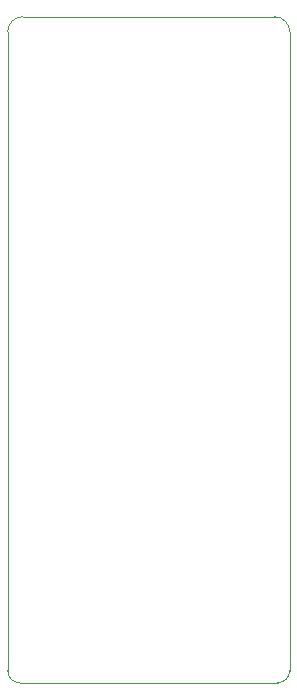
<source format=gbr>
%TF.GenerationSoftware,KiCad,Pcbnew,(6.0.4-0)*%
%TF.CreationDate,2022-11-11T17:00:16-07:00*%
%TF.ProjectId,ide_cable_select_switch,6964655f-6361-4626-9c65-5f73656c6563,rev?*%
%TF.SameCoordinates,Original*%
%TF.FileFunction,Profile,NP*%
%FSLAX46Y46*%
G04 Gerber Fmt 4.6, Leading zero omitted, Abs format (unit mm)*
G04 Created by KiCad (PCBNEW (6.0.4-0)) date 2022-11-11 17:00:16*
%MOMM*%
%LPD*%
G01*
G04 APERTURE LIST*
%TA.AperFunction,Profile*%
%ADD10C,0.100000*%
%TD*%
G04 APERTURE END LIST*
D10*
X166878000Y-113792000D02*
X166878000Y-59690000D01*
X165608000Y-58420000D02*
X144272000Y-58420000D01*
X144018000Y-114808000D02*
X165862000Y-114808000D01*
X143002000Y-113792000D02*
G75*
G03*
X144018000Y-114808000I1016000J0D01*
G01*
X165862000Y-114808000D02*
G75*
G03*
X166878000Y-113792000I0J1016000D01*
G01*
X166878000Y-59690000D02*
G75*
G03*
X165608000Y-58420000I-1270000J0D01*
G01*
X144272000Y-58420000D02*
G75*
G03*
X143002000Y-59690000I0J-1270000D01*
G01*
X143002000Y-59690000D02*
X143002001Y-113792000D01*
M02*

</source>
